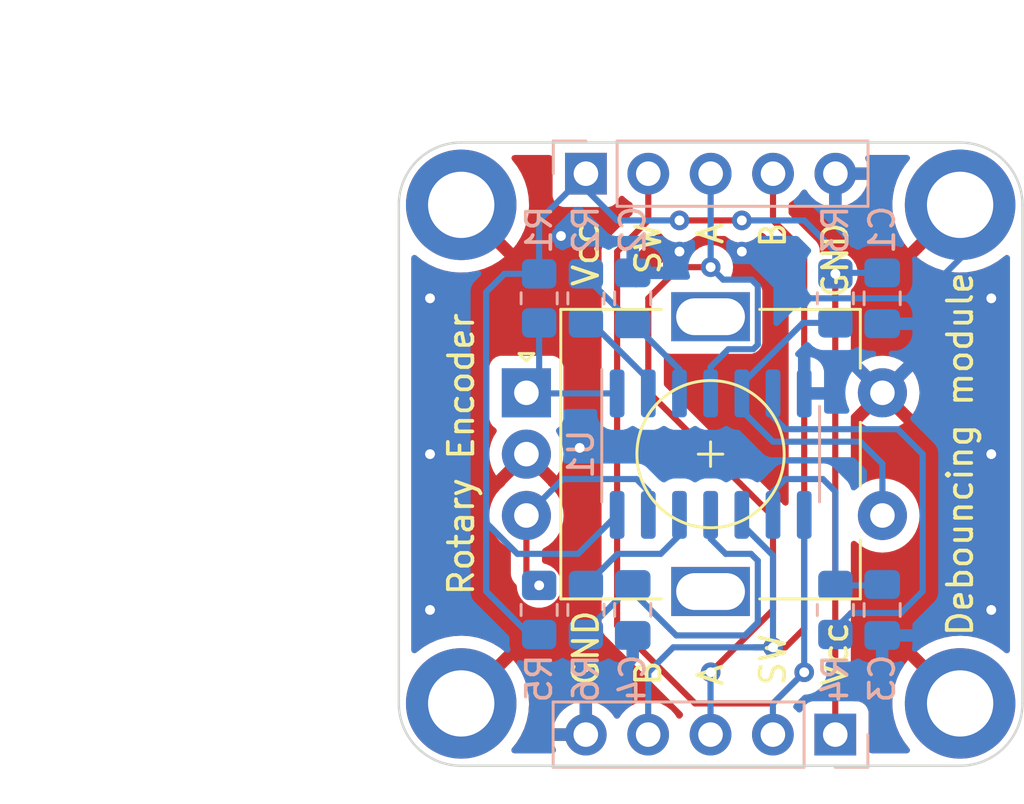
<source format=kicad_pcb>
(kicad_pcb (version 20211014) (generator pcbnew)
  (layers (0 "F.Cu" signal) (31 "B.Cu" signal) (34 "B.Paste" user) (35 "F.Paste" user) (36 "B.SilkS" user "B.Silkscreen") (37 "F.SilkS" user "F.Silkscreen") (38 "B.Mask" user) (39 "F.Mask" user) (44 "Edge.Cuts" user))
  (net 0 "")
  (net 1 "Net-(C4-Pad1)")
  (net 2 "GND")
  (net 3 "Net-(C2-Pad1)")
  (net 4 "Net-(C3-Pad1)")
  (net 5 "VCC")
  (net 6 "Switch")
  (net 7 "A")
  (net 8 "B")
  (net 9 "B_debounced")
  (net 10 "Switch_debounced")
  (net 11 "A_debounced")
  (net 12 "Net-(R4-Pad1)")
  (net 13 "Net-(R2-Pad1)")
  (net 14 "Net-(R6-Pad1)")
  (footprint "MountingHole:MountingHole_2.7mm_M2.5_ISO7380_Pad_TopBottom" (layer "F.Cu") (at 175.26 109.22)
    (fp_text reference "H1" hide)
    (fp_text value "M2.5")
    (pad "1" thru_hole circle locked (at 0 0) (size 3.1 3.1) (drill 2.7) (layers *.Cu *.Mask) (net 2 "GND"))
    (pad "1" connect circle locked (at 0 0) (size 4.5 4.5) (layers "F.Cu" "F.Mask") (net 2 "GND"))
    (pad "1" connect circle locked (at 0 0) (size 4.5 4.5) (layers "B.Cu" "B.Mask") (net 2 "GND"))
  )
  (footprint "MountingHole:MountingHole_2.7mm_M2.5_ISO7380_Pad_TopBottom" (layer "F.Cu") (at 195.58 109.22)
    (fp_text reference "H2" hide)
    (fp_text value "M2.5")
    (pad "1" connect circle locked (at 0 0) (size 4.5 4.5) (layers "F.Cu" "F.Mask") (net 2 "GND"))
    (pad "1" thru_hole circle locked (at 0 0) (size 3.1 3.1) (drill 2.7) (layers *.Cu *.Mask) (net 2 "GND"))
    (pad "1" connect circle locked (at 0 0) (size 4.5 4.5) (layers "B.Cu" "B.Mask") (net 2 "GND"))
  )
  (footprint "Rotary_Encoder:RotaryEncoder_Alps_EC11E-Switch_Vertical_H20mm" (layer "F.Cu") (at 177.916 96.56)
    (fp_text reference "SW1" hide)
    (fp_text value "EC11")
    (fp_line (start 1.4 -3.4) (end 1.4 8.4) (layer "F.SilkS") (width 0.12))
    (fp_line (start 0 -1.3) (end -0.3 -1.6) (layer "F.SilkS") (width 0.12))
    (fp_line (start 13.6 8.4) (end 9.5 8.4) (layer "F.SilkS") (width 0.12))
    (fp_line (start 13.6 6) (end 13.6 8.4) (layer "F.SilkS") (width 0.12))
    (fp_line (start 7.5 2) (end 7.5 3) (layer "F.SilkS") (width 0.12))
    (fp_line (start 13.6 1.2) (end 13.6 3.8) (layer "F.SilkS") (width 0.12))
    (fp_line (start 5.5 -3.4) (end 1.4 -3.4) (layer "F.SilkS") (width 0.12))
    (fp_line (start 7 2.5) (end 8 2.5) (layer "F.SilkS") (width 0.12))
    (fp_line (start 5.5 8.4) (end 1.4 8.4) (layer "F.SilkS") (width 0.12))
    (fp_line (start 13.6 -3.4) (end 13.6 -1) (layer "F.SilkS") (width 0.12))
    (fp_line (start 0.3 -1.6) (end 0 -1.3) (layer "F.SilkS") (width 0.12))
    (fp_line (start 9.5 -3.4) (end 13.6 -3.4) (layer "F.SilkS") (width 0.12))
    (fp_line (start -0.3 -1.6) (end 0.3 -1.6) (layer "F.SilkS") (width 0.12))
    (fp_circle (center 7.5 2.5) (end 10.5 2.5) (layer "F.SilkS") (width 0.12) (fill none))
    (pad "A" thru_hole rect locked (at 0 0) (size 2 2) (drill 1) (layers *.Cu *.Mask) (net 7 "A"))
    (pad "B" thru_hole circle locked (at 0 5) (size 2 2) (drill 1) (layers *.Cu *.Mask) (net 8 "B"))
    (pad "C" thru_hole circle locked (at 0 2.5) (size 2 2) (drill 1) (layers *.Cu *.Mask) (net 2 "GND"))
    (pad "MP" thru_hole rect locked (at 7.5 8.1) (size 3.2 2) (drill oval 2.8 1.5) (layers *.Cu *.Mask))
    (pad "MP" thru_hole rect locked (at 7.5 -3.1) (size 3.2 2) (drill oval 2.8 1.5) (layers *.Cu *.Mask))
    (pad "S1" thru_hole circle locked (at 14.5 5) (size 2 2) (drill 1) (layers *.Cu *.Mask) (net 6 "Switch"))
    (pad "S2" thru_hole circle locked (at 14.5 0) (size 2 2) (drill 1) (layers *.Cu *.Mask) (net 2 "GND"))
  )
  (footprint "MountingHole:MountingHole_2.7mm_M2.5_ISO7380_Pad_TopBottom" (layer "F.Cu") (at 195.58 88.9)
    (fp_text reference "H3" hide)
    (fp_text value "M2.5")
    (pad "1" thru_hole circle locked (at 0 0) (size 3.1 3.1) (drill 2.7) (layers *.Cu *.Mask) (net 2 "GND"))
    (pad "1" connect circle locked (at 0 0) (size 4.5 4.5) (layers "F.Cu" "F.Mask") (net 2 "GND"))
    (pad "1" connect circle locked (at 0 0) (size 4.5 4.5) (layers "B.Cu" "B.Mask") (net 2 "GND"))
  )
  (footprint "MountingHole:MountingHole_2.7mm_M2.5_ISO7380_Pad_TopBottom" (layer "F.Cu") (at 175.26 88.9)
    (fp_text reference "H4" hide)
    (fp_text value "M2.5")
    (pad "1" connect circle locked (at 0 0) (size 4.5 4.5) (layers "F.Cu" "F.Mask") (net 2 "GND"))
    (pad "1" thru_hole circle locked (at 0 0) (size 3.1 3.1) (drill 2.7) (layers *.Cu *.Mask) (net 2 "GND"))
    (pad "1" connect circle locked (at 0 0) (size 4.5 4.5) (layers "B.Cu" "B.Mask") (net 2 "GND"))
  )
  (footprint "Resistor_SMD:R_0805_2012Metric_Pad1.20x1.40mm_HandSolder" (layer "B.Cu") (at 180.34 92.71 90)
    (fp_text reference "R2" (at 2.794 0 270) (layer "B.SilkS") (effects (justify mirror)))
    (fp_text value "10K")
    (fp_line (start -0.227064 0.735) (end 0.227064 0.735) (layer "B.SilkS") (width 0.12))
    (fp_line (start -0.227064 -0.735) (end 0.227064 -0.735) (layer "B.SilkS") (width 0.12))
    (pad "1" smd roundrect locked (at -1 0 90) (size 1.2 1.4) (layers "B.Cu" "B.Paste" "B.Mask") (roundrect_rratio 0.208333) (net 13 "Net-(R2-Pad1)"))
    (pad "2" smd roundrect locked (at 1 0 90) (size 1.2 1.4) (layers "B.Cu" "B.Paste" "B.Mask") (roundrect_rratio 0.208333) (net 3 "Net-(C2-Pad1)"))
  )
  (footprint "Resistor_SMD:R_0805_2012Metric_Pad1.20x1.40mm_HandSolder" (layer "B.Cu") (at 178.435 105.41 90)
    (fp_text reference "R5" (at -2.794 0 90) (layer "B.SilkS") (effects (justify mirror)))
    (fp_text value "10K")
    (fp_line (start -0.227064 0.735) (end 0.227064 0.735) (layer "B.SilkS") (width 0.12))
    (fp_line (start -0.227064 -0.735) (end 0.227064 -0.735) (layer "B.SilkS") (width 0.12))
    (pad "1" smd roundrect locked (at -1 0 90) (size 1.2 1.4) (layers "B.Cu" "B.Paste" "B.Mask") (roundrect_rratio 0.208333) (net 5 "VCC"))
    (pad "2" smd roundrect locked (at 1 0 90) (size 1.2 1.4) (layers "B.Cu" "B.Paste" "B.Mask") (roundrect_rratio 0.208333) (net 8 "B"))
  )
  (footprint "Connector_PinHeader_2.54mm:PinHeader_1x05_P2.54mm_Vertical" (layer "B.Cu") (at 180.34 87.63 -90)
    (fp_text reference "J2" hide)
    (fp_text value "Header")
    (fp_line (start -1.33 0) (end -1.33 1.33) (layer "B.SilkS") (width 0.12))
    (fp_line (start 1.33 -1.27) (end 1.33 -11.49) (layer "B.SilkS") (width 0.12))
    (fp_line (start -1.33 -11.49) (end 1.33 -11.49) (layer "B.SilkS") (width 0.12))
    (fp_line (start -1.33 -1.27) (end 1.33 -1.27) (layer "B.SilkS") (width 0.12))
    (fp_line (start -1.33 -1.27) (end -1.33 -11.49) (layer "B.SilkS") (width 0.12))
    (fp_line (start -1.33 1.33) (end 0 1.33) (layer "B.SilkS") (width 0.12))
    (pad "1" thru_hole rect locked (at 0 0 270) (size 1.7 1.7) (drill 1) (layers *.Cu *.Mask) (net 5 "VCC"))
    (pad "2" thru_hole oval locked (at 0 -2.54 270) (size 1.7 1.7) (drill 1) (layers *.Cu *.Mask) (net 10 "Switch_debounced"))
    (pad "3" thru_hole oval locked (at 0 -5.08 90) (size 1.7 1.7) (drill 1) (layers *.Cu *.Mask) (net 11 "A_debounced"))
    (pad "4" thru_hole oval locked (at 0 -7.62 270) (size 1.7 1.7) (drill 1) (layers *.Cu *.Mask) (net 9 "B_debounced"))
    (pad "5" thru_hole oval locked (at 0 -10.16 270) (size 1.7 1.7) (drill 1) (layers *.Cu *.Mask) (net 2 "GND"))
  )
  (footprint "Package_SO:SOIC-14_3.9x8.7mm_P1.27mm" (layer "B.Cu") (at 185.42 99.06 -90)
    (fp_text reference "U1" (at 0 5.28 90) (layer "B.SilkS") (effects (justify mirror)))
    (fp_text value "74HC14" hide)
    (fp_line (start 0 4.435) (end 1.95 4.435) (layer "B.SilkS") (width 0.12))
    (fp_line (start 0 -4.435) (end -1.95 -4.435) (layer "B.SilkS") (width 0.12))
    (fp_line (start 0 -4.435) (end 1.95 -4.435) (layer "B.SilkS") (width 0.12))
    (fp_line (start 0 4.435) (end -3.45 4.435) (layer "B.SilkS") (width 0.12))
    (pad "1" smd roundrect locked (at -2.475 3.81 270) (size 1.95 0.6) (layers "B.Cu" "B.Paste" "B.Mask") (net 7 "A"))
    (pad "2" smd roundrect locked (at -2.475 2.54 270) (size 1.95 0.6) (layers "B.Cu" "B.Paste" "B.Mask") (net 13 "Net-(R2-Pad1)"))
    (pad "3" smd roundrect locked (at -2.475 1.27 270) (size 1.95 0.6) (layers "B.Cu" "B.Paste" "B.Mask") (net 3 "Net-(C2-Pad1)"))
    (pad "4" smd roundrect locked (at -2.475 0 270) (size 1.95 0.6) (layers "B.Cu" "B.Paste" "B.Mask") (net 11 "A_debounced"))
    (pad "5" smd roundrect locked (at -2.475 -1.27 270) (size 1.95 0.6) (layers "B.Cu" "B.Paste" "B.Mask") (net 6 "Switch"))
    (pad "6" smd roundrect locked (at -2.475 -2.54 270) (size 1.95 0.6) (layers "B.Cu" "B.Paste" "B.Mask") (net 12 "Net-(R4-Pad1)"))
    (pad "7" smd roundrect locked (at -2.475 -3.81 270) (size 1.95 0.6) (layers "B.Cu" "B.Paste" "B.Mask") (net 2 "GND"))
    (pad "8" smd roundrect locked (at 2.475 -3.81 270) (size 1.95 0.6) (layers "B.Cu" "B.Paste" "B.Mask") (net 10 "Switch_debounced"))
    (pad "9" smd roundrect locked (at 2.475 -2.54 270) (size 1.95 0.6) (layers "B.Cu" "B.Paste" "B.Mask") (net 4 "Net-(C3-Pad1)"))
    (pad "10" smd roundrect locked (at 2.475 -1.27 270) (size 1.95 0.6) (layers "B.Cu" "B.Paste" "B.Mask") (net 9 "B_debounced"))
    (pad "11" smd roundrect locked (at 2.475 0 270) (size 1.95 0.6) (layers "B.Cu" "B.Paste" "B.Mask") (net 1 "Net-(C4-Pad1)"))
    (pad "12" smd roundrect locked (at 2.475 1.27 270) (size 1.95 0.6) (layers "B.Cu" "B.Paste" "B.Mask") (net 14 "Net-(R6-Pad1)"))
    (pad "13" smd roundrect locked (at 2.475 2.54 270) (size 1.95 0.6) (layers "B.Cu" "B.Paste" "B.Mask") (net 8 "B"))
    (pad "14" smd roundrect locked (at 2.475 3.81 270) (size 1.95 0.6) (layers "B.Cu" "B.Paste" "B.Mask") (net 5 "VCC"))
  )
  (footprint "Capacitor_SMD:C_0805_2012Metric_Pad1.18x1.45mm_HandSolder" (layer "B.Cu") (at 192.405 105.41 -90)
    (fp_text reference "C3" (at 2.794 0 90) (layer "B.SilkS") (effects (justify mirror)))
    (fp_text value "100nF")
    (fp_line (start -0.261252 -0.735) (end 0.261252 -0.735) (layer "B.SilkS") (width 0.12))
    (fp_line (start -0.261252 0.735) (end 0.261252 0.735) (layer "B.SilkS") (width 0.12))
    (pad "1" smd roundrect locked (at -1.0375 0 270) (size 1.175 1.45) (layers "B.Cu" "B.Paste" "B.Mask") (roundrect_rratio 0.212766) (net 4 "Net-(C3-Pad1)"))
    (pad "2" smd roundrect locked (at 1.0375 0 270) (size 1.175 1.45) (layers "B.Cu" "B.Paste" "B.Mask") (roundrect_rratio 0.212766) (net 2 "GND"))
  )
  (footprint "Resistor_SMD:R_0805_2012Metric_Pad1.20x1.40mm_HandSolder" (layer "B.Cu") (at 190.5 92.71 -90)
    (fp_text reference "R3" (at -2.794 0 90) (layer "B.SilkS") (effects (justify mirror)))
    (fp_text value "10K")
    (fp_line (start -0.227064 -0.735) (end 0.227064 -0.735) (layer "B.SilkS") (width 0.12))
    (fp_line (start -0.227064 0.735) (end 0.227064 0.735) (layer "B.SilkS") (width 0.12))
    (pad "1" smd roundrect locked (at -1 0 270) (size 1.2 1.4) (layers "B.Cu" "B.Paste" "B.Mask") (roundrect_rratio 0.208333) (net 5 "VCC"))
    (pad "2" smd roundrect locked (at 1 0 270) (size 1.2 1.4) (layers "B.Cu" "B.Paste" "B.Mask") (roundrect_rratio 0.208333) (net 6 "Switch"))
  )
  (footprint "Resistor_SMD:R_0805_2012Metric_Pad1.20x1.40mm_HandSolder" (layer "B.Cu") (at 190.5 105.41 90)
    (fp_text reference "R4" (at -2.794 0 90) (layer "B.SilkS") (effects (justify mirror)))
    (fp_text value "10K")
    (fp_line (start -0.227064 0.735) (end 0.227064 0.735) (layer "B.SilkS") (width 0.12))
    (fp_line (start -0.227064 -0.735) (end 0.227064 -0.735) (layer "B.SilkS") (width 0.12))
    (pad "1" smd roundrect locked (at -1 0 90) (size 1.2 1.4) (layers "B.Cu" "B.Paste" "B.Mask") (roundrect_rratio 0.208333) (net 12 "Net-(R4-Pad1)"))
    (pad "2" smd roundrect locked (at 1 0 90) (size 1.2 1.4) (layers "B.Cu" "B.Paste" "B.Mask") (roundrect_rratio 0.208333) (net 4 "Net-(C3-Pad1)"))
  )
  (footprint "Capacitor_SMD:C_0805_2012Metric_Pad1.18x1.45mm_HandSolder" (layer "B.Cu") (at 182.245 92.71 90)
    (fp_text reference "C2" (at 2.794 0 270) (layer "B.SilkS") (effects (justify mirror)))
    (fp_text value "100nF")
    (fp_line (start -0.261252 -0.735) (end 0.261252 -0.735) (layer "B.SilkS") (width 0.12))
    (fp_line (start -0.261252 0.735) (end 0.261252 0.735) (layer "B.SilkS") (width 0.12))
    (pad "1" smd roundrect locked (at -1.0375 0 90) (size 1.175 1.45) (layers "B.Cu" "B.Paste" "B.Mask") (roundrect_rratio 0.212766) (net 3 "Net-(C2-Pad1)"))
    (pad "2" smd roundrect locked (at 1.0375 0 90) (size 1.175 1.45) (layers "B.Cu" "B.Paste" "B.Mask") (roundrect_rratio 0.212766) (net 2 "GND"))
  )
  (footprint "Resistor_SMD:R_0805_2012Metric_Pad1.20x1.40mm_HandSolder" (layer "B.Cu") (at 178.435 92.71 -90)
    (fp_text reference "R1" (at -2.794 0 90) (layer "B.SilkS") (effects (justify mirror)))
    (fp_text value "10K")
    (fp_line (start -0.227064 0.735) (end 0.227064 0.735) (layer "B.SilkS") (width 0.12))
    (fp_line (start -0.227064 -0.735) (end 0.227064 -0.735) (layer "B.SilkS") (width 0.12))
    (pad "1" smd roundrect locked (at -1 0 270) (size 1.2 1.4) (layers "B.Cu" "B.Paste" "B.Mask") (roundrect_rratio 0.208333) (net 5 "VCC"))
    (pad "2" smd roundrect locked (at 1 0 270) (size 1.2 1.4) (layers "B.Cu" "B.Paste" "B.Mask") (roundrect_rratio 0.208333) (net 7 "A"))
  )
  (footprint "Connector_PinHeader_2.54mm:PinHeader_1x05_P2.54mm_Vertical" (layer "B.Cu") (at 190.495 110.49 90)
    (fp_text reference "J1" hide)
    (fp_text value "Header")
    (fp_line (start -1.33 1.33) (end 0 1.33) (layer "B.SilkS") (width 0.12))
    (fp_line (start -1.33 -1.27) (end 1.33 -1.27) (layer "B.SilkS") (width 0.12))
    (fp_line (start -1.33 -1.27) (end -1.33 -11.49) (layer "B.SilkS") (width 0.12))
    (fp_line (start -1.33 -11.49) (end 1.33 -11.49) (layer "B.SilkS") (width 0.12))
    (fp_line (start -1.33 0) (end -1.33 1.33) (layer "B.SilkS") (width 0.12))
    (fp_line (start 1.33 -1.27) (end 1.33 -11.49) (layer "B.SilkS") (width 0.12))
    (pad "1" thru_hole rect locked (at 0 0 90) (size 1.7 1.7) (drill 1) (layers *.Cu *.Mask) (net 5 "VCC"))
    (pad "2" thru_hole oval locked (at 0 -2.54 90) (size 1.7 1.7) (drill 1) (layers *.Cu *.Mask) (net 10 "Switch_debounced"))
    (pad "3" thru_hole oval locked (at 0 -5.08 90) (size 1.7 1.7) (drill 1) (layers *.Cu *.Mask) (net 11 "A_debounced"))
    (pad "4" thru_hole oval locked (at 0 -7.62 90) (size 1.7 1.7) (drill 1) (layers *.Cu *.Mask) (net 9 "B_debounced"))
    (pad "5" thru_hole oval locked (at 0 -10.16 90) (size 1.7 1.7) (drill 1) (layers *.Cu *.Mask) (net 2 "GND"))
  )
  (footprint "Resistor_SMD:R_0805_2012Metric_Pad1.20x1.40mm_HandSolder" (layer "B.Cu") (at 180.34 105.41 -90)
    (fp_text reference "R6" (at 2.794 0 90) (layer "B.SilkS") (effects (justify mirror)))
    (fp_text value "10K")
    (fp_line (start -0.227064 0.735) (end 0.227064 0.735) (layer "B.SilkS") (width 0.12))
    (fp_line (start -0.227064 -0.735) (end 0.227064 -0.735) (layer "B.SilkS") (width 0.12))
    (pad "1" smd roundrect locked (at -1 0 270) (size 1.2 1.4) (layers "B.Cu" "B.Paste" "B.Mask") (roundrect_rratio 0.208333) (net 14 "Net-(R6-Pad1)"))
    (pad "2" smd roundrect locked (at 1 0 270) (size 1.2 1.4) (layers "B.Cu" "B.Paste" "B.Mask") (roundrect_rratio 0.208333) (net 1 "Net-(C4-Pad1)"))
  )
  (footprint "Capacitor_SMD:C_0805_2012Metric_Pad1.18x1.45mm_HandSolder" (layer "B.Cu") (at 182.245 105.41 -90)
    (fp_text reference "C4" (at 2.794 0 90) (layer "B.SilkS") (effects (justify mirror)))
    (fp_text value "100nF")
    (fp_line (start -0.261252 -0.735) (end 0.261252 -0.735) (layer "B.SilkS") (width 0.12))
    (fp_line (start -0.261252 0.735) (end 0.261252 0.735) (layer "B.SilkS") (width 0.12))
    (pad "1" smd roundrect locked (at -1.0375 0 270) (size 1.175 1.45) (layers "B.Cu" "B.Paste" "B.Mask") (roundrect_rratio 0.212766) (net 1 "Net-(C4-Pad1)"))
    (pad "2" smd roundrect locked (at 1.0375 0 270) (size 1.175 1.45) (layers "B.Cu" "B.Paste" "B.Mask") (roundrect_rratio 0.212766) (net 2 "GND"))
  )
  (footprint "Capacitor_SMD:C_0805_2012Metric_Pad1.18x1.45mm_HandSolder" (layer "B.Cu") (at 192.405 92.71 -90)
    (fp_text reference "C1" (at -2.794 0 90) (layer "B.SilkS") (effects (justify mirror)))
    (fp_text value "100nF")
    (fp_line (start -0.261252 -0.735) (end 0.261252 -0.735) (layer "B.SilkS") (width 0.12))
    (fp_line (start -0.261252 0.735) (end 0.261252 0.735) (layer "B.SilkS") (width 0.12))
    (pad "1" smd roundrect locked (at -1.0375 0 270) (size 1.175 1.45) (layers "B.Cu" "B.Paste" "B.Mask") (roundrect_rratio 0.212766) (net 5 "VCC"))
    (pad "2" smd roundrect locked (at 1.0375 0 270) (size 1.175 1.45) (layers "B.Cu" "B.Paste" "B.Mask") (roundrect_rratio 0.212766) (net 2 "GND"))
  )
  (gr_arc (start 175.26 111.76) (mid 173.463949 111.016051) (end 172.72 109.22) (layer "Edge.Cuts") (width 0.1))
  (gr_arc (start 198.12 109.22) (mid 197.376051 111.016051) (end 195.58 111.76) (layer "Edge.Cuts") (width 0.1))
  (gr_arc (start 195.58 86.36) (mid 197.376051 87.103949) (end 198.12 88.9) (layer "Edge.Cuts") (width 0.1))
  (gr_line (start 198.12 109.22) (end 198.12 88.9) (layer "Edge.Cuts") (width 0.1))
  (gr_arc (start 172.72 88.9) (mid 173.463949 87.103949) (end 175.26 86.36) (layer "Edge.Cuts") (width 0.1))
  (gr_line (start 195.58 86.36) (end 175.26 86.36) (layer "Edge.Cuts") (width 0.1))
  (gr_line (start 172.72 88.9) (end 172.72 109.22) (layer "Edge.Cuts") (width 0.1))
  (gr_line (start 175.26 111.76) (end 195.58 111.76) (layer "Edge.Cuts") (width 0.1))
  (gr_text "A" (at 185.42 108.585 90) (layer "F.SilkS") (effects (font (size 1 1)) (justify left)))
  (gr_text "A" (at 185.42 89.535 90) (layer "F.SilkS") (effects (font (size 1 1)) (justify right)))
  (gr_text "SW" (at 187.96 108.585 90) (layer "F.SilkS") (effects (font (size 1 1)) (justify left)))
  (gr_text "Vcc" (at 180.34 89.535 90) (layer "F.SilkS") (effects (font (size 1 1)) (justify right)))
  (gr_text "GND" (at 190.5 89.535 90) (layer "F.SilkS") (effects (font (size 1 1)) (justify right)))
  (gr_text "Rotary Encoder" (at 175.26 99.06 90) (layer "F.SilkS") (effects (font (size 1 1))))
  (gr_text "B" (at 182.88 108.585 90) (layer "F.SilkS") (effects (font (size 1 1)) (justify left)))
  (gr_text "Debouncing module" (at 195.58 99.06 90) (layer "F.SilkS") (effects (font (size 1 1))))
  (gr_text "GND" (at 180.34 108.585 90) (layer "F.SilkS") (effects (font (size 1 1)) (justify left)))
  (gr_text "Vcc" (at 190.495 108.585 90) (layer "F.SilkS") (effects (font (size 1 1)) (justify left)))
  (gr_text "B" (at 187.96 89.535 90) (layer "F.SilkS") (effects (font (size 1 1)) (justify right)))
  (gr_text "SW" (at 182.88 89.535 90) (layer "F.SilkS") (effects (font (size 1 1)) (justify right)))
  (segment (start 180.34 106.41) (end 180.34 106.2775) (width 0.25) (layer "B.Cu") (net 1))
  (segment (start 185.42 102.51) (end 186.034 103.124) (width 0.25) (layer "B.Cu") (net 1))
  (segment (start 185.42 101.535) (end 185.42 102.51) (width 0.25) (layer "B.Cu") (net 1))
  (segment (start 184.01938 106.4475) (end 186.81262 106.4475) (width 0.25) (layer "B.Cu") (net 1))
  (segment (start 187.06412 103.124) (end 187.340511 103.400391) (width 0.25) (layer "B.Cu") (net 1))
  (segment (start 187.340511 105.919609) (end 186.81262 106.4475) (width 0.25) (layer "B.Cu") (net 1))
  (segment (start 182.245 104.67312) (end 184.01938 106.4475) (width 0.25) (layer "B.Cu") (net 1))
  (segment (start 180.34 106.2775) (end 182.245 104.3725) (width 0.25) (layer "B.Cu") (net 1))
  (segment (start 182.313 104.3725) (end 182.3345 104.394) (width 0.25) (layer "B.Cu") (net 1))
  (segment (start 182.245 104.3725) (end 182.313 104.3725) (width 0.25) (layer "B.Cu") (net 1))
  (segment (start 187.340511 103.400391) (end 187.340511 105.919609) (width 0.25) (layer "B.Cu") (net 1))
  (segment (start 186.034 103.124) (end 187.06412 103.124) (width 0.25) (layer "B.Cu") (net 1))
  (segment (start 182.245 104.3725) (end 182.245 104.67312) (width 0.25) (layer "B.Cu") (net 1))
  (via (at 196.85 99.06) (size 0.8) (drill 0.4) (layers "F.Cu" "B.Cu") (net 2))
  (via (at 180.086 98.806) (size 0.8) (drill 0.4) (layers "F.Cu" "B.Cu") (net 2))
  (via (at 173.99 105.41) (size 0.8) (drill 0.4) (layers "F.Cu" "B.Cu") (net 2))
  (via (at 184.149873 90.803323) (size 0.8) (drill 0.4) (layers "F.Cu" "B.Cu") (net 2))
  (via (at 173.99 99.06) (size 0.8) (drill 0.4) (layers "F.Cu" "B.Cu") (net 2))
  (via (at 196.85 92.71) (size 0.8) (drill 0.4) (layers "F.Cu" "B.Cu") (net 2))
  (via (at 196.85 105.41) (size 0.8) (drill 0.4) (layers "F.Cu" "B.Cu") (net 2))
  (via (at 179.324 90.17) (size 0.8) (drill 0.4) (layers "F.Cu" "B.Cu") (net 2))
  (via (at 186.69 90.805) (size 0.8) (drill 0.4) (layers "F.Cu" "B.Cu") (net 2))
  (via (at 173.99 92.71) (size 0.8) (drill 0.4) (layers "F.Cu" "B.Cu") (net 2))
  (segment (start 188.595 92.71) (end 186.69 90.805) (width 0.25) (layer "B.Cu") (net 2))
  (segment (start 182.2075 106.41) (end 182.245 106.4475) (width 0.25) (layer "B.Cu") (net 2))
  (segment (start 193.962031 92.71) (end 188.595 92.71) (width 0.25) (layer "B.Cu") (net 2))
  (segment (start 195.58 91.092031) (end 193.962031 92.71) (width 0.25) (layer "B.Cu") (net 2))
  (segment (start 195.58 88.9) (end 195.58 91.092031) (width 0.25) (layer "B.Cu") (net 2))
  (segment (start 184.15 96.585) (end 184.15 95.61) (width 0.25) (layer "B.Cu") (net 3))
  (segment (start 180.34 91.71) (end 180.34 91.8425) (width 0.25) (layer "B.Cu") (net 3))
  (segment (start 182.2875 93.7475) (end 182.245 93.7475) (width 0.25) (layer "B.Cu") (net 3))
  (segment (start 180.34 91.8425) (end 182.245 93.7475) (width 0.25) (layer "B.Cu") (net 3))
  (segment (start 184.15 95.61) (end 182.2875 93.7475) (width 0.25) (layer "B.Cu") (net 3))
  (segment (start 188.468 100.076) (end 189.992 100.076) (width 0.25) (layer "B.Cu") (net 4))
  (segment (start 189.992 100.076) (end 190.5 100.584) (width 0.25) (layer "B.Cu") (net 4))
  (segment (start 192.3675 104.41) (end 192.405 104.3725) (width 0.25) (layer "B.Cu") (net 4))
  (segment (start 190.5 100.584) (end 190.5 104.41) (width 0.25) (layer "B.Cu") (net 4))
  (segment (start 187.96 101.535) (end 187.96 100.584) (width 0.25) (layer "B.Cu") (net 4))
  (segment (start 190.5 104.41) (end 192.3675 104.41) (width 0.25) (layer "B.Cu") (net 4))
  (segment (start 187.96 100.584) (end 188.468 100.076) (width 0.25) (layer "B.Cu") (net 4))
  (segment (start 186.69 89.535) (end 184.15 89.535) (width 0.25) (layer "F.Cu") (net 5))
  (segment (start 190.495 91.715) (end 190.5 91.71) (width 0.25) (layer "F.Cu") (net 5))
  (segment (start 190.495 110.49) (end 190.495 91.715) (width 0.25) (layer "F.Cu") (net 5))
  (via (at 184.15 89.535) (size 0.8) (drill 0.4) (layers "F.Cu" "B.Cu") (net 5))
  (via (at 190.5 91.71) (size 0.8) (drill 0.4) (layers "F.Cu" "B.Cu") (net 5))
  (via (at 186.69 89.535) (size 0.8) (drill 0.4) (layers "F.Cu" "B.Cu") (net 5))
  (segment (start 181.61 89.535) (end 184.15 89.535) (width 0.25) (layer "B.Cu") (net 5))
  (segment (start 177.546 103.124) (end 176.276 101.854) (width 0.25) (layer "B.Cu") (net 5))
  (segment (start 176.276 92.456) (end 176.276 101.854) (width 0.25) (layer "B.Cu") (net 5))
  (segment (start 176.276 101.854) (end 176.276 104.648) (width 0.25) (layer "B.Cu") (net 5))
  (segment (start 192.405 91.6725) (end 190.5375 91.6725) (width 0.25) (layer "B.Cu") (net 5))
  (segment (start 177.022 91.71) (end 176.276 92.456) (width 0.25) (layer "B.Cu") (net 5))
  (segment (start 178.435 89.535) (end 180.34 87.63) (width 0.25) (layer "B.Cu") (net 5))
  (segment (start 178.038 106.41) (end 178.435 106.41) (width 0.25) (layer "B.Cu") (net 5))
  (segment (start 180.34 88.265) (end 181.61 89.535) (width 0.25) (layer "B.Cu") (net 5))
  (segment (start 180.021 103.124) (end 177.546 103.124) (width 0.25) (layer "B.Cu") (net 5))
  (segment (start 190.5 91.71) (end 190.5 90.805) (width 0.25) (layer "B.Cu") (net 5))
  (segment (start 190.5 90.805) (end 189.23 89.535) (width 0.25) (layer "B.Cu") (net 5))
  (segment (start 177.292 105.664) (end 178.038 106.41) (width 0.25) (layer "B.Cu") (net 5))
  (segment (start 189.23 89.535) (end 186.69 89.535) (width 0.25) (layer "B.Cu") (net 5))
  (segment (start 180.34 87.63) (end 180.34 88.265) (width 0.25) (layer "B.Cu") (net 5))
  (segment (start 176.276 104.648) (end 177.292 105.664) (width 0.25) (layer "B.Cu") (net 5))
  (segment (start 181.61 101.535) (end 180.021 103.124) (width 0.25) (layer "B.Cu") (net 5))
  (segment (start 178.435 91.71) (end 177.022 91.71) (width 0.25) (layer "B.Cu") (net 5))
  (segment (start 190.5375 91.6725) (end 190.5 91.71) (width 0.25) (layer "B.Cu") (net 5))
  (segment (start 178.435 91.71) (end 178.435 89.535) (width 0.25) (layer "B.Cu") (net 5))
  (segment (start 186.69 96.585) (end 186.69 96.201854) (width 0.25) (layer "B.Cu") (net 6))
  (segment (start 187.96 98.552) (end 191.516 98.552) (width 0.25) (layer "B.Cu") (net 6))
  (segment (start 186.69 96.201854) (end 189.181854 93.71) (width 0.25) (layer "B.Cu") (net 6))
  (segment (start 186.69 97.282) (end 187.96 98.552) (width 0.25) (layer "B.Cu") (net 6))
  (segment (start 186.69 96.585) (end 186.69 97.282) (width 0.25) (layer "B.Cu") (net 6))
  (segment (start 189.181854 93.71) (end 190.5 93.71) (width 0.25) (layer "B.Cu") (net 6))
  (segment (start 191.516 98.552) (end 192.416 99.452) (width 0.25) (layer "B.Cu") (net 6))
  (segment (start 192.416 99.452) (end 192.416 101.56) (width 0.25) (layer "B.Cu") (net 6))
  (segment (start 181.61 96.585) (end 177.941 96.585) (width 0.25) (layer "B.Cu") (net 7))
  (segment (start 178.435 96.041) (end 177.916 96.56) (width 0.25) (layer "B.Cu") (net 7))
  (segment (start 177.941 96.585) (end 177.916 96.56) (width 0.25) (layer "B.Cu") (net 7))
  (segment (start 178.435 93.71) (end 178.435 96.041) (width 0.25) (layer "B.Cu") (net 7))
  (segment (start 177.916 101.56) (end 177.916 103.891) (width 0.25) (layer "F.Cu") (net 8))
  (segment (start 177.916 103.891) (end 178.435 104.41) (width 0.25) (layer "F.Cu") (net 8))
  (via (at 178.435 104.41) (size 0.8) (drill 0.4) (layers "F.Cu" "B.Cu") (net 8))
  (segment (start 182.88 100.56) (end 182.396 100.076) (width 0.25) (layer "B.Cu") (net 8))
  (segment (start 177.41048 102.06552) (end 177.916 101.56) (width 0.25) (layer "B.Cu") (net 8))
  (segment (start 182.88 101.535) (end 182.88 100.56) (width 0.25) (layer "B.Cu") (net 8))
  (segment (start 182.396 100.076) (end 179.4 100.076) (width 0.25) (layer "B.Cu") (net 8))
  (segment (start 179.4 100.076) (end 177.916 101.56) (width 0.25) (layer "B.Cu") (net 8))
  (segment (start 187.96 89.535) (end 189.23 90.805) (width 0.25) (layer "F.Cu") (net 9))
  (segment (start 187.96 87.63) (end 187.96 89.535) (width 0.25) (layer "F.Cu") (net 9))
  (segment (start 189.23 90.805) (end 189.23 106.172) (width 0.25) (layer "F.Cu") (net 9))
  (segment (start 189.23 106.172) (end 188.468 106.934) (width 0.25) (layer "F.Cu") (net 9))
  (segment (start 188.468 106.934) (end 187.96 106.934) (width 0.25) (layer "F.Cu") (net 9))
  (via (at 187.96 106.934) (size 0.8) (drill 0.4) (layers "F.Cu" "B.Cu") (net 9))
  (segment (start 183.896 106.934) (end 182.88 107.95) (width 0.25) (layer "B.Cu") (net 9))
  (segment (start 186.69 101.918146) (end 186.69 101.535) (width 0.25) (layer "B.Cu") (net 9))
  (segment (start 182.88 109.22) (end 182.875 109.225) (width 0.25) (layer "B.Cu") (net 9))
  (segment (start 182.88 107.95) (end 182.88 109.22) (width 0.25) (layer "B.Cu") (net 9))
  (segment (start 187.96 106.934) (end 187.198 106.934) (width 0.25) (layer "B.Cu") (net 9))
  (segment (start 182.875 109.225) (end 182.875 110.49) (width 0.25) (layer "B.Cu") (net 9))
  (segment (start 187.96 103.188146) (end 186.69 101.918146) (width 0.25) (layer "B.Cu") (net 9))
  (segment (start 187.96 106.172) (end 187.96 103.188146) (width 0.25) (layer "B.Cu") (net 9))
  (segment (start 187.96 106.934) (end 183.896 106.934) (width 0.25) (layer "B.Cu") (net 9))
  (segment (start 187.96 106.934) (end 187.96 106.172) (width 0.25) (layer "B.Cu") (net 9))
  (segment (start 182.88 89.535) (end 181.61 90.805) (width 0.25) (layer "F.Cu") (net 10))
  (segment (start 187.96 109.22) (end 184.785 109.22) (width 0.25) (layer "F.Cu") (net 10))
  (segment (start 181.61 90.805) (end 181.61 106.045) (width 0.25) (layer "F.Cu") (net 10))
  (segment (start 184.785 109.22) (end 181.61 106.045) (width 0.25) (layer "F.Cu") (net 10))
  (segment (start 189.23 107.95) (end 187.96 109.22) (width 0.25) (layer "F.Cu") (net 10))
  (segment (start 182.88 87.63) (end 182.88 89.535) (width 0.25) (layer "F.Cu") (net 10))
  (via (at 189.23 107.95) (size 0.8) (drill 0.4) (layers "F.Cu" "B.Cu") (net 10))
  (segment (start 189.23 107.95) (end 187.955 109.225) (width 0.25) (layer "B.Cu") (net 10))
  (segment (start 187.955 109.225) (end 187.955 110.49) (width 0.25) (layer "B.Cu") (net 10))
  (segment (start 189.23 101.535) (end 189.23 107.95) (width 0.25) (layer "B.Cu") (net 10))
  (segment (start 182.88 96.52) (end 187.96 101.6) (width 0.25) (layer "F.Cu") (net 11))
  (segment (start 182.88 92.71) (end 182.88 96.52) (width 0.25) (layer "F.Cu") (net 11))
  (segment (start 187.96 105.41) (end 185.42 107.95) (width 0.25) (layer "F.Cu") (net 11))
  (segment (start 184.15 91.44) (end 182.88 92.71) (width 0.25) (layer "F.Cu") (net 11))
  (segment (start 185.42 91.44) (end 184.15 91.44) (width 0.25) (layer "F.Cu") (net 11))
  (segment (start 187.96 101.6) (end 187.96 105.41) (width 0.25) (layer "F.Cu") (net 11))
  (via (at 185.42 91.44) (size 0.8) (drill 0.4) (layers "F.Cu" "B.Cu") (net 11))
  (via (at 185.42 107.95) (size 0.8) (drill 0.4) (layers "F.Cu" "B.Cu") (net 11))
  (segment (start 185.928 91.948) (end 185.42 91.44) (width 0.25) (layer "B.Cu") (net 11))
  (segment (start 186.139489 94.784511) (end 187.155489 94.784511) (width 0.25) (layer "B.Cu") (net 11))
  (segment (start 185.42 91.44) (end 185.42 87.63) (width 0.25) (layer "B.Cu") (net 11))
  (segment (start 185.42 96.585) (end 185.42 95.504) (width 0.25) (layer "B.Cu") (net 11))
  (segment (start 187.340511 94.599489) (end 187.340511 92.200391) (width 0.25) (layer "B.Cu") (net 11))
  (segment (start 185.42 95.504) (end 186.139489 94.784511) (width 0.25) (layer "B.Cu") (net 11))
  (segment (start 185.415 107.955) (end 185.415 110.49) (width 0.25) (layer "B.Cu") (net 11))
  (segment (start 187.08812 91.948) (end 185.928 91.948) (width 0.25) (layer "B.Cu") (net 11))
  (segment (start 185.42 107.95) (end 185.415 107.955) (width 0.25) (layer "B.Cu") (net 11))
  (segment (start 187.340511 92.200391) (end 187.08812 91.948) (width 0.25) (layer "B.Cu") (net 11))
  (segment (start 187.155489 94.784511) (end 187.340511 94.599489) (width 0.25) (layer "B.Cu") (net 11))
  (segment (start 193.04 98.044) (end 194.056 99.06) (width 0.25) (layer "B.Cu") (net 12))
  (segment (start 194.056 104.648) (end 193.16852 105.53548) (width 0.25) (layer "B.Cu") (net 12))
  (segment (start 190.5 106.172) (end 190.5 106.41) (width 0.25) (layer "B.Cu") (net 12))
  (segment (start 187.96 96.585) (end 187.96 97.536) (width 0.25) (layer "B.Cu") (net 12))
  (segment (start 194.056 99.06) (end 194.056 104.648) (width 0.25) (layer "B.Cu") (net 12))
  (segment (start 194.056 99.06) (end 194.056 100.076) (width 0.25) (layer "B.Cu") (net 12))
  (segment (start 191.13652 105.53548) (end 190.5 106.172) (width 0.25) (layer "B.Cu") (net 12))
  (segment (start 188.468 98.044) (end 193.04 98.044) (width 0.25) (layer "B.Cu") (net 12))
  (segment (start 193.16852 105.53548) (end 191.13652 105.53548) (width 0.25) (layer "B.Cu") (net 12))
  (segment (start 187.96 97.536) (end 188.468 98.044) (width 0.25) (layer "B.Cu") (net 12))
  (segment (start 182.88 96.585) (end 182.88 96.014566) (width 0.25) (layer "B.Cu") (net 13))
  (segment (start 180.575434 93.71) (end 180.34 93.71) (width 0.25) (layer "B.Cu") (net 13))
  (segment (start 182.88 96.014566) (end 180.575434 93.71) (width 0.25) (layer "B.Cu") (net 13))
  (segment (start 180.34 104.41) (end 181.626 103.124) (width 0.25) (layer "B.Cu") (net 14))
  (segment (start 184.15 102.362) (end 184.15 101.535) (width 0.25) (layer "B.Cu") (net 14))
  (segment (start 183.388 103.124) (end 184.15 102.362) (width 0.25) (layer "B.Cu") (net 14))
  (segment (start 181.626 103.124) (end 183.388 103.124) (width 0.25) (layer "B.Cu") (net 14))
  (zone (net 2) (net_name "GND") (layer "F.Cu") (connect_pads (clearance 0.508)) (min_thickness 0.254) (fill yes (thermal_gap 0.508) (thermal_bridge_width 0.508))
    (polygon (pts (xy 198.12 111.76) (xy 172.72 111.76) (xy 172.72 86.36) (xy 198.12 86.36)))
  )
  (zone (net 2) (net_name "GND") (layer "B.Cu") (connect_pads (clearance 0.508)) (min_thickness 0.254) (fill yes (thermal_gap 0.508) (thermal_bridge_width 0.508))
    (polygon (pts (xy 198.12 111.76) (xy 172.72 111.76) (xy 172.72 86.36) (xy 198.12 86.36)))
  )
)
</source>
